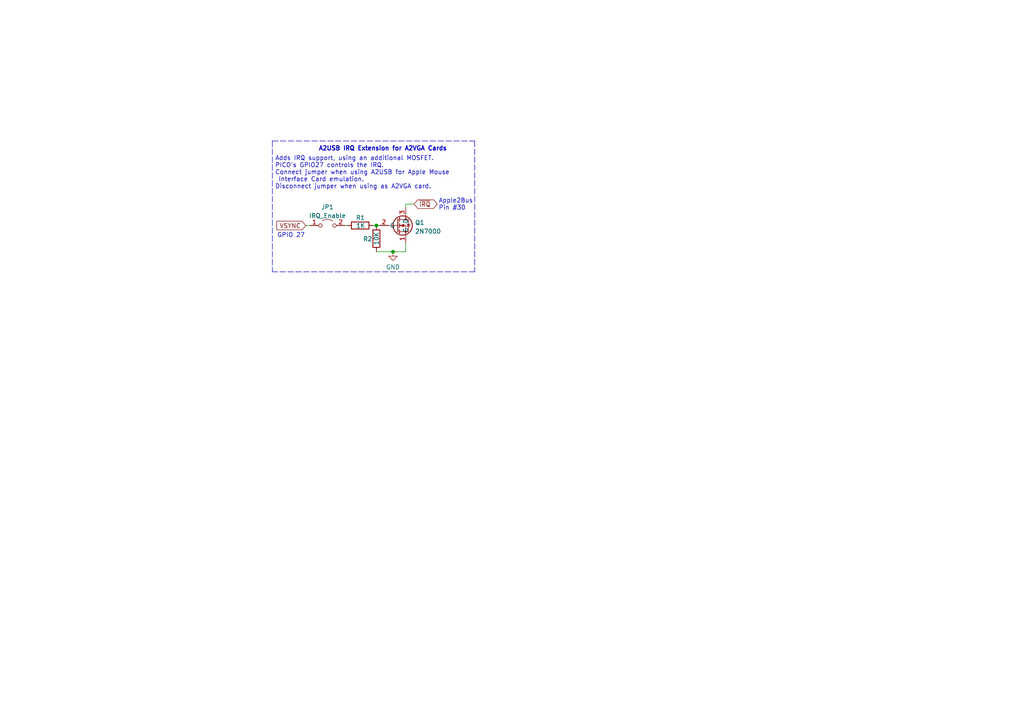
<source format=kicad_sch>
(kicad_sch (version 20211123) (generator eeschema)
  (paper "A4")
  (lib_symbols
    (symbol "Device:R" (pin_numbers hide) (pin_names (offset 0))
      (property "Reference" "R" (at 2.032 0 90))
      (property "Value" "R" (at 0 0 90))
      (symbol "R_0_1"
        (rectangle (start -1.016 -2.54) (end 1.016 2.54) (stroke (width 0.254)))
      )
      (symbol "R_1_1"
        (pin passive line (at 0 3.81 270) (length 1.27) (name "~") (number "1"))
        (pin passive line (at 0 -3.81 90) (length 1.27) (name "~") (number "2"))
      )
    )
    (symbol "Jumper:Jumper_2_Open" (pin_names (offset 0) hide)
      (property "Reference" "JP" (at 0 2.794 0))
      (property "Value" "Jumper_2_Open" (at 0 -2.286 0))
      (symbol "Jumper_2_Open_0_0"
        (circle (center -2.032 0) (radius 0.508))
        (circle (center 2.032 0) (radius 0.508))
      )
      (symbol "Jumper_2_Open_0_1"
        (arc (start 1.524 1.27) (mid 0 1.778) (end -1.524 1.27))
      )
      (symbol "Jumper_2_Open_1_1"
        (pin passive line (at -5.08 0 0) (length 2.54) (name "A") (number "1"))
        (pin passive line (at 5.08 0 180) (length 2.54) (name "B") (number "2"))
      )
    )
    (symbol "Transistor_FET:2N7000"
      (property "Reference" "Q" (at 5.08 1.905 0))
      (property "Value" "2N7000" (at 5.08 0 0))
      (symbol "2N7000_0_1"
        (polyline (pts (xy 0.254 0) (xy -2.54 0)))
        (polyline (pts (xy 0.254 1.905) (xy 0.254 -1.905)) (stroke (width 0.254)))
        (polyline (pts (xy 0.762 -1.27) (xy 0.762 -2.286)) (stroke (width 0.254)))
        (polyline (pts (xy 0.762 0.508) (xy 0.762 -0.508)) (stroke (width 0.254)))
        (polyline (pts (xy 0.762 2.286) (xy 0.762 1.27)) (stroke (width 0.254)))
        (polyline (pts (xy 2.54 2.54) (xy 2.54 1.778)))
        (polyline (pts (xy 2.54 -2.54) (xy 2.54 0) (xy 0.762 0)))
        (polyline (pts (xy 0.762 -1.778) (xy 3.302 -1.778) (xy 3.302 1.778) (xy 0.762 1.778)))
        (polyline (pts (xy 1.016 0) (xy 2.032 0.381) (xy 2.032 -0.381) (xy 1.016 0)) (fill (type outline)))
        (polyline (pts (xy 2.794 0.508) (xy 2.921 0.381) (xy 3.683 0.381) (xy 3.81 0.254)))
        (polyline (pts (xy 3.302 0.381) (xy 2.921 -0.254) (xy 3.683 -0.254) (xy 3.302 0.381)))
        (circle (center 1.651 0) (radius 2.794) (stroke (width 0.254)))
        (circle (center 2.54 -1.778) (radius 0.254) (fill (type outline)))
        (circle (center 2.54 1.778) (radius 0.254) (fill (type outline)))
      )
      (symbol "2N7000_1_1"
        (pin passive line (at 2.54 -5.08 90) (length 2.54) (name "S") (number "1"))
        (pin input line (at -5.08 0 0) (length 2.54) (name "G") (number "2"))
        (pin passive line (at 2.54 5.08 270) (length 2.54) (name "D") (number "3"))
      )
    )
    (symbol "power:GND" (power) (pin_names (offset 0))
      (property "Value" "GND" (at 0 -3.81 0))
      (symbol "GND_0_1"
        (polyline (pts (xy 0 0) (xy 0 -1.27) (xy 1.27 -1.27) (xy 0 -2.54) (xy -1.27 -1.27) (xy 0 -1.27)))
      )
      (symbol "GND_1_1"
        (pin power_in line (at 0 0 270) (length 0) hide (name "GND") (number "1"))
      )
    )
  )
  (junction (at 109.1692 65.405))
  (junction (at 113.9698 73.025))
  (polyline (pts (xy 78.994 40.894) (xy 78.994 78.8416)))
  (polyline (pts (xy 137.6934 78.8416) (xy 78.994 78.8416)))
  (polyline (pts (xy 78.994 40.894) (xy 137.6934 40.894)))
  (wire (pts (xy 109.1692 73.025) (xy 113.9698 73.025)))
  (wire (pts (xy 108.2802 65.405) (xy 109.1692 65.405)))
  (wire (pts (xy 109.1692 65.405) (xy 110.0582 65.405)))
  (wire (pts (xy 88.6968 65.405) (xy 89.8906 65.405)))
  (wire (pts (xy 117.6782 60.325) (xy 117.6782 59.2074)))
  (wire (pts (xy 100.0506 65.405) (xy 100.6602 65.405)))
  (polyline (pts (xy 137.6934 40.894) (xy 137.6934 78.8416)))
  (wire (pts (xy 117.6782 70.485) (xy 117.6782 73.025)))
  (wire (pts (xy 117.6782 73.025) (xy 113.9698 73.025)))
  (wire (pts (xy 117.6782 59.2074) (xy 120.0912 59.2074)))
  (text "Apple2Bus\nPin #30" (at 127.2032 61.1124 0) (effects (font (size 1.27 1.27)) (justify left bottom)))
  (text "GPIO 27" (at 80.391 69.0626 0) (effects (font (size 1.27 1.27)) (justify left bottom)))
  (text "Adds IRQ support, using an additional MOSFET. \nPICO's GPIO27 controls the IRQ.\nConnect jumper when using A2USB for Apple Mouse\n Interface Card emulation.\nDisconnect jumper when using as A2VGA card." (at 79.7814 54.9402 0) (effects (font (size 1.27 1.27)) (justify left bottom)))
  (text "A2USB IRQ Extension for A2VGA Cards\n" (at 92.3544 43.942 0) (effects (font (size 1.27 1.27) (thickness 0.254) bold) (justify left bottom)))
  (global_label "VSYNC" (shape input) (at 88.6968 65.405 180) (property "Intersheet References" "${INTERSHEET_REFS}" (effects hide)))
  (global_label "~{IRQ}" (shape bidirectional) (at 120.0912 59.2074 0) (property "Intersheet References" "${INTERSHEET_REFS}" (effects hide)))
  (symbol (lib_id "Device:R") (at 109.1692 69.215 180) (unit 1)
    (property "Reference" "R2" (at 105.283 69.2912 0) (effects (justify right)))
    (property "Value" "10K" (at 109.1946 71.12 90) (effects (justify right)))
    (property "Footprint" "Resistor_THT:R_Axial_DIN0207_L6.3mm_D2.5mm_P7.62mm_Horizontal" (effects hide))
  )
  (symbol (lib_id "power:GND") (at 113.9698 73.025 0) (unit 1)
    (property "Reference" "#PWR0101" (effects hide))
    (property "Value" "GND" (at 113.9698 77.4684 0))
  )
  (symbol (lib_id "Device:R") (at 104.4702 65.405 90) (unit 1)
    (property "Reference" "R1" (at 104.5464 63.1444 90))
    (property "Value" "1K" (at 104.5972 65.4558 90))
    (property "Footprint" "Resistor_THT:R_Axial_DIN0207_L6.3mm_D2.5mm_P7.62mm_Horizontal" (effects hide))
  )
  (symbol (lib_id "Transistor_FET:2N7000") (at 115.1382 65.405 0) (unit 1)
    (property "Reference" "Q1" (at 120.3452 64.5703 0) (effects (justify left)))
    (property "Value" "2N7000" (at 120.3452 67.1072 0) (effects (justify left)))
    (property "Footprint" "Package_TO_SOT_THT:TO-92_Inline" (effects hide))
    (property "Datasheet" "https://www.vishay.com/docs/70226/70226.pdf" (effects hide))
  )
  (symbol (lib_id "Jumper:Jumper_2_Open") (at 94.9706 65.405 0) (unit 1)
    (property "Reference" "JP1" (at 94.9706 60.0542 0))
    (property "Value" "IRQ_Enable" (at 94.9706 62.5911 0))
    (property "Footprint" "Connector_PinHeader_2.54mm:PinHeader_1x02_P2.54mm_Vertical" (effects hide))
  )
)
</source>
